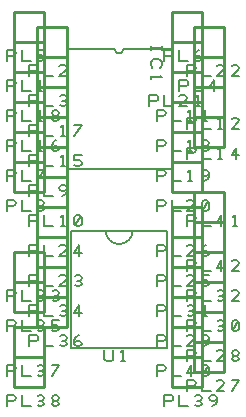
<source format=gbr>
G04 DesignSpark PCB Gerber Version 9.0 Build 5115 *
G04 #@! TF.Part,Single*
G04 #@! TF.FileFunction,Legend,Top *
G04 #@! TF.FilePolarity,Positive *
%FSLAX35Y35*%
%MOIN*%
%ADD19C,0.00500*%
%ADD70C,0.00787*%
%ADD10C,0.01000*%
X0Y0D02*
D02*
D10*
X15250Y24996D02*
Y14996D01*
X25250*
Y24996*
X15250*
Y34996D02*
Y24996D01*
X25250*
Y34996*
X15250*
Y49996D02*
Y39996D01*
X25250*
Y49996*
X15250*
Y59996D02*
Y49996D01*
X25250*
Y59996*
X15250*
Y89996D02*
Y79996D01*
X25250*
Y89996*
X15250*
Y99996D02*
Y89996D01*
X25250*
Y99996*
X15250*
Y109996D02*
Y99996D01*
X25250*
Y109996*
X15250*
Y119996D02*
Y109996D01*
X25250*
Y119996*
X15250*
Y129996D02*
Y119996D01*
X25250*
Y129996*
X15250*
Y139996D02*
Y129996D01*
X25250*
Y139996*
X15250*
X22750Y44996D02*
Y34996D01*
X32750*
Y44996*
X22750*
Y54996D02*
Y44996D01*
X32750*
Y54996*
X22750*
Y64996D02*
Y54996D01*
X32750*
Y64996*
X22750*
Y74996D02*
Y64996D01*
X32750*
Y74996*
X22750*
Y84996D02*
Y74996D01*
X32750*
Y84996*
X22750*
Y94996D02*
Y84996D01*
X32750*
Y94996*
X22750*
Y104996D02*
Y94996D01*
X32750*
Y104996*
X22750*
Y114996D02*
Y104996D01*
X32750*
Y114996*
X22750*
Y124996D02*
Y114996D01*
X32750*
Y124996*
X22750*
Y134996D02*
Y124996D01*
X32750*
Y134996*
X22750*
X67750Y24996D02*
Y14996D01*
X77750*
Y24996*
X67750*
Y34996D02*
Y24996D01*
X77750*
Y34996*
X67750*
Y44996D02*
Y34996D01*
X77750*
Y44996*
X67750*
Y54996D02*
Y44996D01*
X77750*
Y54996*
X67750*
Y64996D02*
Y54996D01*
X77750*
Y64996*
X67750*
Y74996D02*
Y64996D01*
X77750*
Y74996*
X67750*
Y89996D02*
Y79996D01*
X77750*
Y89996*
X67750*
Y99996D02*
Y89996D01*
X77750*
Y99996*
X67750*
Y109996D02*
Y99996D01*
X77750*
Y109996*
X67750*
Y119996D02*
Y109996D01*
X77750*
Y119996*
X67750*
Y129996D02*
Y119996D01*
X77750*
Y129996*
X67750*
Y139996D02*
Y129996D01*
X77750*
Y139996*
X67750*
X75250Y29996D02*
Y19996D01*
X85250*
Y29996*
X75250*
Y39996D02*
Y29996D01*
X85250*
Y39996*
X75250*
Y49996D02*
Y39996D01*
X85250*
Y49996*
X75250*
Y59996D02*
Y49996D01*
X85250*
Y59996*
X75250*
Y69996D02*
Y59996D01*
X85250*
Y69996*
X75250*
Y79996D02*
Y69996D01*
X85250*
Y79996*
X75250*
Y104996D02*
Y94996D01*
X85250*
Y104996*
X75250*
Y114996D02*
Y104996D01*
X85250*
Y114996*
X75250*
Y124996D02*
Y114996D01*
X85250*
Y124996*
X75250*
Y134996D02*
Y124996D01*
X85250*
Y134996*
X75250*
D02*
D19*
X12750Y8433D02*
Y12183D01*
X14937*
X15563Y11871*
X15875Y11246*
X15563Y10621*
X14937Y10309*
X12750*
X17750Y12183D02*
Y8433D01*
X20875*
X23063Y8746D02*
X23687Y8433D01*
X24313*
X24937Y8746*
X25250Y9371*
X24937Y9996*
X24313Y10309*
X23687*
X24313D02*
X24937Y10621D01*
X25250Y11246*
X24937Y11871*
X24313Y12183*
X23687*
X23063Y11871*
X28687Y10309D02*
X29313D01*
X29937Y10621*
X30250Y11246*
X29937Y11871*
X29313Y12183*
X28687*
X28063Y11871*
X27750Y11246*
X28063Y10621*
X28687Y10309*
X28063Y9996*
X27750Y9371*
X28063Y8746*
X28687Y8433*
X29313*
X29937Y8746*
X30250Y9371*
X29937Y9996*
X29313Y10309*
X12750Y18433D02*
Y22183D01*
X14937*
X15563Y21871*
X15875Y21246*
X15563Y20621*
X14937Y20309*
X12750*
X17750Y22183D02*
Y18433D01*
X20875*
X23063Y18746D02*
X23687Y18433D01*
X24313*
X24937Y18746*
X25250Y19371*
X24937Y19996*
X24313Y20309*
X23687*
X24313D02*
X24937Y20621D01*
X25250Y21246*
X24937Y21871*
X24313Y22183*
X23687*
X23063Y21871*
X27750Y18433D02*
X30250Y22183D01*
X27750*
X12750Y33433D02*
Y37183D01*
X14937*
X15563Y36871*
X15875Y36246*
X15563Y35621*
X14937Y35309*
X12750*
X17750Y37183D02*
Y33433D01*
X20875*
X23063Y33746D02*
X23687Y33433D01*
X24313*
X24937Y33746*
X25250Y34371*
X24937Y34996*
X24313Y35309*
X23687*
X24313D02*
X24937Y35621D01*
X25250Y36246*
X24937Y36871*
X24313Y37183*
X23687*
X23063Y36871*
X27750Y33746D02*
X28375Y33433D01*
X29313*
X29937Y33746*
X30250Y34371*
Y34683*
X29937Y35309*
X29313Y35621*
X27750*
Y37183*
X30250*
X12750Y43433D02*
Y47183D01*
X14937*
X15563Y46871*
X15875Y46246*
X15563Y45621*
X14937Y45309*
X12750*
X17750Y47183D02*
Y43433D01*
X20875*
X23063Y43746D02*
X23687Y43433D01*
X24313*
X24937Y43746*
X25250Y44371*
X24937Y44996*
X24313Y45309*
X23687*
X24313D02*
X24937Y45621D01*
X25250Y46246*
X24937Y46871*
X24313Y47183*
X23687*
X23063Y46871*
X28063Y43746D02*
X28687Y43433D01*
X29313*
X29937Y43746*
X30250Y44371*
X29937Y44996*
X29313Y45309*
X28687*
X29313D02*
X29937Y45621D01*
X30250Y46246*
X29937Y46871*
X29313Y47183*
X28687*
X28063Y46871*
X12750Y73433D02*
Y77183D01*
X14937*
X15563Y76871*
X15875Y76246*
X15563Y75621*
X14937Y75309*
X12750*
X17750Y77183D02*
Y73433D01*
X20875*
X23687Y75309D02*
X24313D01*
X24937Y75621*
X25250Y76246*
X24937Y76871*
X24313Y77183*
X23687*
X23063Y76871*
X22750Y76246*
X23063Y75621*
X23687Y75309*
X23063Y74996*
X22750Y74371*
X23063Y73746*
X23687Y73433*
X24313*
X24937Y73746*
X25250Y74371*
X24937Y74996*
X24313Y75309*
X12750Y83433D02*
Y87183D01*
X14937*
X15563Y86871*
X15875Y86246*
X15563Y85621*
X14937Y85309*
X12750*
X17750Y87183D02*
Y83433D01*
X20875*
X22750D02*
X25250Y87183D01*
X22750*
X12750Y93433D02*
Y97183D01*
X14937*
X15563Y96871*
X15875Y96246*
X15563Y95621*
X14937Y95309*
X12750*
X17750Y97183D02*
Y93433D01*
X20875*
X23375D02*
X24625D01*
X24000D02*
Y97183D01*
X23375Y96559*
X27750Y94371D02*
X28063Y94996D01*
X28687Y95309*
X29313*
X29937Y94996*
X30250Y94371*
X29937Y93746*
X29313Y93433*
X28687*
X28063Y93746*
X27750Y94371*
Y95309*
X28063Y96246*
X28687Y96871*
X29313Y97183*
X12750Y103433D02*
Y107183D01*
X14937*
X15563Y106871*
X15875Y106246*
X15563Y105621*
X14937Y105309*
X12750*
X17750Y107183D02*
Y103433D01*
X20875*
X23375D02*
X24625D01*
X24000D02*
Y107183D01*
X23375Y106559*
X28687Y105309D02*
X29313D01*
X29937Y105621*
X30250Y106246*
X29937Y106871*
X29313Y107183*
X28687*
X28063Y106871*
X27750Y106246*
X28063Y105621*
X28687Y105309*
X28063Y104996*
X27750Y104371*
X28063Y103746*
X28687Y103433*
X29313*
X29937Y103746*
X30250Y104371*
X29937Y104996*
X29313Y105309*
X12750Y113433D02*
Y117183D01*
X14937*
X15563Y116871*
X15875Y116246*
X15563Y115621*
X14937Y115309*
X12750*
X17750Y117183D02*
Y113433D01*
X20875*
X23375D02*
X24625D01*
X24000D02*
Y117183D01*
X23375Y116559*
X12750Y123433D02*
Y127183D01*
X14937*
X15563Y126871*
X15875Y126246*
X15563Y125621*
X14937Y125309*
X12750*
X17750Y127183D02*
Y123433D01*
X20875*
X22750Y123746D02*
X23375Y123433D01*
X24313*
X24937Y123746*
X25250Y124371*
Y124683*
X24937Y125309*
X24313Y125621*
X22750*
Y127183*
X25250*
X20250Y28433D02*
Y32183D01*
X22437*
X23063Y31871*
X23375Y31246*
X23063Y30621*
X22437Y30309*
X20250*
X25250Y32183D02*
Y28433D01*
X28375*
X30563Y28746D02*
X31187Y28433D01*
X31813*
X32437Y28746*
X32750Y29371*
X32437Y29996*
X31813Y30309*
X31187*
X31813D02*
X32437Y30621D01*
X32750Y31246*
X32437Y31871*
X31813Y32183*
X31187*
X30563Y31871*
X35250Y29371D02*
X35563Y29996D01*
X36187Y30309*
X36813*
X37437Y29996*
X37750Y29371*
X37437Y28746*
X36813Y28433*
X36187*
X35563Y28746*
X35250Y29371*
Y30309*
X35563Y31246*
X36187Y31871*
X36813Y32183*
X20250Y38433D02*
Y42183D01*
X22437*
X23063Y41871*
X23375Y41246*
X23063Y40621*
X22437Y40309*
X20250*
X25250Y42183D02*
Y38433D01*
X28375*
X30563Y38746D02*
X31187Y38433D01*
X31813*
X32437Y38746*
X32750Y39371*
X32437Y39996*
X31813Y40309*
X31187*
X31813D02*
X32437Y40621D01*
X32750Y41246*
X32437Y41871*
X31813Y42183*
X31187*
X30563Y41871*
X36813Y38433D02*
Y42183D01*
X35250Y39683*
X37750*
X20250Y48433D02*
Y52183D01*
X22437*
X23063Y51871*
X23375Y51246*
X23063Y50621*
X22437Y50309*
X20250*
X25250Y52183D02*
Y48433D01*
X28375*
X32750D02*
X30250D01*
X32437Y50621*
X32750Y51246*
X32437Y51871*
X31813Y52183*
X30875*
X30250Y51871*
X35563Y48746D02*
X36187Y48433D01*
X36813*
X37437Y48746*
X37750Y49371*
X37437Y49996*
X36813Y50309*
X36187*
X36813D02*
X37437Y50621D01*
X37750Y51246*
X37437Y51871*
X36813Y52183*
X36187*
X35563Y51871*
X20250Y58433D02*
Y62183D01*
X22437*
X23063Y61871*
X23375Y61246*
X23063Y60621*
X22437Y60309*
X20250*
X25250Y62183D02*
Y58433D01*
X28375*
X32750D02*
X30250D01*
X32437Y60621*
X32750Y61246*
X32437Y61871*
X31813Y62183*
X30875*
X30250Y61871*
X36813Y58433D02*
Y62183D01*
X35250Y59683*
X37750*
X20250Y68433D02*
Y72183D01*
X22437*
X23063Y71871*
X23375Y71246*
X23063Y70621*
X22437Y70309*
X20250*
X25250Y72183D02*
Y68433D01*
X28375*
X30875D02*
X32125D01*
X31500D02*
Y72183D01*
X30875Y71559*
X35563Y68746D02*
X36187Y68433D01*
X36813*
X37437Y68746*
X37750Y69371*
Y71246*
X37437Y71871*
X36813Y72183*
X36187*
X35563Y71871*
X35250Y71246*
Y69371*
X35563Y68746*
X37437Y71871*
X20250Y78433D02*
Y82183D01*
X22437*
X23063Y81871*
X23375Y81246*
X23063Y80621*
X22437Y80309*
X20250*
X25250Y82183D02*
Y78433D01*
X28375*
X31187D02*
X31813Y78746D01*
X32437Y79371*
X32750Y80309*
Y81246*
X32437Y81871*
X31813Y82183*
X31187*
X30563Y81871*
X30250Y81246*
X30563Y80621*
X31187Y80309*
X31813*
X32437Y80621*
X32750Y81246*
X20250Y88433D02*
Y92183D01*
X22437*
X23063Y91871*
X23375Y91246*
X23063Y90621*
X22437Y90309*
X20250*
X25250Y92183D02*
Y88433D01*
X28375*
X30875D02*
X32125D01*
X31500D02*
Y92183D01*
X30875Y91559*
X35250Y88746D02*
X35875Y88433D01*
X36813*
X37437Y88746*
X37750Y89371*
Y89683*
X37437Y90309*
X36813Y90621*
X35250*
Y92183*
X37750*
X20250Y98433D02*
Y102183D01*
X22437*
X23063Y101871*
X23375Y101246*
X23063Y100621*
X22437Y100309*
X20250*
X25250Y102183D02*
Y98433D01*
X28375*
X30875D02*
X32125D01*
X31500D02*
Y102183D01*
X30875Y101559*
X35250Y98433D02*
X37750Y102183D01*
X35250*
X20250Y108433D02*
Y112183D01*
X22437*
X23063Y111871*
X23375Y111246*
X23063Y110621*
X22437Y110309*
X20250*
X25250Y112183D02*
Y108433D01*
X28375*
X30563Y108746D02*
X31187Y108433D01*
X31813*
X32437Y108746*
X32750Y109371*
X32437Y109996*
X31813Y110309*
X31187*
X31813D02*
X32437Y110621D01*
X32750Y111246*
X32437Y111871*
X31813Y112183*
X31187*
X30563Y111871*
X20250Y118433D02*
Y122183D01*
X22437*
X23063Y121871*
X23375Y121246*
X23063Y120621*
X22437Y120309*
X20250*
X25250Y122183D02*
Y118433D01*
X28375*
X32750D02*
X30250D01*
X32437Y120621*
X32750Y121246*
X32437Y121871*
X31813Y122183*
X30875*
X30250Y121871*
X34250Y66996D02*
Y27996D01*
X66250*
Y66996*
X34250*
X45250Y27183D02*
Y24371D01*
X45563Y23746*
X46187Y23433*
X47437*
X48063Y23746*
X48375Y24371*
Y27183*
X50875Y23433D02*
X52125D01*
X51500D02*
Y27183D01*
X50875Y26559*
X54750Y66996D02*
G75*
G02X50250Y62496I-4500D01*
G01*
G75*
G02X45750Y66996J4500*
G01*
X60754Y128389D02*
Y127139D01*
Y127764D02*
X64504D01*
Y128389D02*
Y127139D01*
X61379Y121202D02*
X61067Y121514D01*
X60754Y122139*
Y123077*
X61067Y123702*
X61379Y124014*
X62004Y124327*
X63254*
X63879Y124014*
X64192Y123702*
X64504Y123077*
Y122139*
X64192Y121514*
X63879Y121202*
X60754Y118702D02*
Y117452D01*
Y118077D02*
X64504D01*
X63879Y118702*
X60250Y108433D02*
Y112183D01*
X62437*
X63063Y111871*
X63375Y111246*
X63063Y110621*
X62437Y110309*
X60250*
X65250Y112183D02*
Y108433D01*
X68375*
X72750D02*
X70250D01*
X72437Y110621*
X72750Y111246*
X72437Y111871*
X71813Y112183*
X70875*
X70250Y111871*
X75875Y108433D02*
X77125D01*
X76500D02*
Y112183D01*
X75875Y111559*
X62750Y18433D02*
Y22183D01*
X64937*
X65563Y21871*
X65875Y21246*
X65563Y20621*
X64937Y20309*
X62750*
X67750Y22183D02*
Y18433D01*
X70875*
X74313D02*
Y22183D01*
X72750Y19683*
X75250*
X78063Y18746D02*
X78687Y18433D01*
X79313*
X79937Y18746*
X80250Y19371*
Y21246*
X79937Y21871*
X79313Y22183*
X78687*
X78063Y21871*
X77750Y21246*
Y19371*
X78063Y18746*
X79937Y21871*
X62750Y28433D02*
Y32183D01*
X64937*
X65563Y31871*
X65875Y31246*
X65563Y30621*
X64937Y30309*
X62750*
X67750Y32183D02*
Y28433D01*
X70875*
X75250D02*
X72750D01*
X74937Y30621*
X75250Y31246*
X74937Y31871*
X74313Y32183*
X73375*
X72750Y31871*
X78687Y28433D02*
X79313Y28746D01*
X79937Y29371*
X80250Y30309*
Y31246*
X79937Y31871*
X79313Y32183*
X78687*
X78063Y31871*
X77750Y31246*
X78063Y30621*
X78687Y30309*
X79313*
X79937Y30621*
X80250Y31246*
X62750Y38433D02*
Y42183D01*
X64937*
X65563Y41871*
X65875Y41246*
X65563Y40621*
X64937Y40309*
X62750*
X67750Y42183D02*
Y38433D01*
X70875*
X73063Y38746D02*
X73687Y38433D01*
X74313*
X74937Y38746*
X75250Y39371*
X74937Y39996*
X74313Y40309*
X73687*
X74313D02*
X74937Y40621D01*
X75250Y41246*
X74937Y41871*
X74313Y42183*
X73687*
X73063Y41871*
X78375Y38433D02*
X79625D01*
X79000D02*
Y42183D01*
X78375Y41559*
X62750Y48433D02*
Y52183D01*
X64937*
X65563Y51871*
X65875Y51246*
X65563Y50621*
X64937Y50309*
X62750*
X67750Y52183D02*
Y48433D01*
X70875*
X75250D02*
X72750D01*
X74937Y50621*
X75250Y51246*
X74937Y51871*
X74313Y52183*
X73375*
X72750Y51871*
X77750Y48746D02*
X78375Y48433D01*
X79313*
X79937Y48746*
X80250Y49371*
Y49683*
X79937Y50309*
X79313Y50621*
X77750*
Y52183*
X80250*
X62750Y58433D02*
Y62183D01*
X64937*
X65563Y61871*
X65875Y61246*
X65563Y60621*
X64937Y60309*
X62750*
X67750Y62183D02*
Y58433D01*
X70875*
X75250D02*
X72750D01*
X74937Y60621*
X75250Y61246*
X74937Y61871*
X74313Y62183*
X73375*
X72750Y61871*
X77750Y59371D02*
X78063Y59996D01*
X78687Y60309*
X79313*
X79937Y59996*
X80250Y59371*
X79937Y58746*
X79313Y58433*
X78687*
X78063Y58746*
X77750Y59371*
Y60309*
X78063Y61246*
X78687Y61871*
X79313Y62183*
X62750Y73433D02*
Y77183D01*
X64937*
X65563Y76871*
X65875Y76246*
X65563Y75621*
X64937Y75309*
X62750*
X67750Y77183D02*
Y73433D01*
X70875*
X75250D02*
X72750D01*
X74937Y75621*
X75250Y76246*
X74937Y76871*
X74313Y77183*
X73375*
X72750Y76871*
X78063Y73746D02*
X78687Y73433D01*
X79313*
X79937Y73746*
X80250Y74371*
Y76246*
X79937Y76871*
X79313Y77183*
X78687*
X78063Y76871*
X77750Y76246*
Y74371*
X78063Y73746*
X79937Y76871*
X62750Y83433D02*
Y87183D01*
X64937*
X65563Y86871*
X65875Y86246*
X65563Y85621*
X64937Y85309*
X62750*
X67750Y87183D02*
Y83433D01*
X70875*
X73375D02*
X74625D01*
X74000D02*
Y87183D01*
X73375Y86559*
X78687Y83433D02*
X79313Y83746D01*
X79937Y84371*
X80250Y85309*
Y86246*
X79937Y86871*
X79313Y87183*
X78687*
X78063Y86871*
X77750Y86246*
X78063Y85621*
X78687Y85309*
X79313*
X79937Y85621*
X80250Y86246*
X62750Y93433D02*
Y97183D01*
X64937*
X65563Y96871*
X65875Y96246*
X65563Y95621*
X64937Y95309*
X62750*
X67750Y97183D02*
Y93433D01*
X70875*
X73375D02*
X74625D01*
X74000D02*
Y97183D01*
X73375Y96559*
X78063Y93746D02*
X78687Y93433D01*
X79313*
X79937Y93746*
X80250Y94371*
X79937Y94996*
X79313Y95309*
X78687*
X79313D02*
X79937Y95621D01*
X80250Y96246*
X79937Y96871*
X79313Y97183*
X78687*
X78063Y96871*
X62750Y103433D02*
Y107183D01*
X64937*
X65563Y106871*
X65875Y106246*
X65563Y105621*
X64937Y105309*
X62750*
X67750Y107183D02*
Y103433D01*
X70875*
X73375D02*
X74625D01*
X74000D02*
Y107183D01*
X73375Y106559*
X78375Y103433D02*
X79625D01*
X79000D02*
Y107183D01*
X78375Y106559*
X65250Y8433D02*
Y12183D01*
X67437*
X68063Y11871*
X68375Y11246*
X68063Y10621*
X67437Y10309*
X65250*
X70250Y12183D02*
Y8433D01*
X73375*
X75563Y8746D02*
X76187Y8433D01*
X76813*
X77437Y8746*
X77750Y9371*
X77437Y9996*
X76813Y10309*
X76187*
X76813D02*
X77437Y10621D01*
X77750Y11246*
X77437Y11871*
X76813Y12183*
X76187*
X75563Y11871*
X81187Y8433D02*
X81813Y8746D01*
X82437Y9371*
X82750Y10309*
Y11246*
X82437Y11871*
X81813Y12183*
X81187*
X80563Y11871*
X80250Y11246*
X80563Y10621*
X81187Y10309*
X81813*
X82437Y10621*
X82750Y11246*
X65250Y123433D02*
Y127183D01*
X67437*
X68063Y126871*
X68375Y126246*
X68063Y125621*
X67437Y125309*
X65250*
X70250Y127183D02*
Y123433D01*
X73375*
X75250Y124371D02*
X75563Y124996D01*
X76187Y125309*
X76813*
X77437Y124996*
X77750Y124371*
X77437Y123746*
X76813Y123433*
X76187*
X75563Y123746*
X75250Y124371*
Y125309*
X75563Y126246*
X76187Y126871*
X76813Y127183*
X70250Y113433D02*
Y117183D01*
X72437*
X73063Y116871*
X73375Y116246*
X73063Y115621*
X72437Y115309*
X70250*
X75250Y117183D02*
Y113433D01*
X78375*
X81813D02*
Y117183D01*
X80250Y114683*
X82750*
X72750Y13433D02*
Y17183D01*
X74937*
X75563Y16871*
X75875Y16246*
X75563Y15621*
X74937Y15309*
X72750*
X77750Y17183D02*
Y13433D01*
X80875*
X85250D02*
X82750D01*
X84937Y15621*
X85250Y16246*
X84937Y16871*
X84313Y17183*
X83375*
X82750Y16871*
X87750Y13433D02*
X90250Y17183D01*
X87750*
X72750Y23433D02*
Y27183D01*
X74937*
X75563Y26871*
X75875Y26246*
X75563Y25621*
X74937Y25309*
X72750*
X77750Y27183D02*
Y23433D01*
X80875*
X85250D02*
X82750D01*
X84937Y25621*
X85250Y26246*
X84937Y26871*
X84313Y27183*
X83375*
X82750Y26871*
X88687Y25309D02*
X89313D01*
X89937Y25621*
X90250Y26246*
X89937Y26871*
X89313Y27183*
X88687*
X88063Y26871*
X87750Y26246*
X88063Y25621*
X88687Y25309*
X88063Y24996*
X87750Y24371*
X88063Y23746*
X88687Y23433*
X89313*
X89937Y23746*
X90250Y24371*
X89937Y24996*
X89313Y25309*
X72750Y33433D02*
Y37183D01*
X74937*
X75563Y36871*
X75875Y36246*
X75563Y35621*
X74937Y35309*
X72750*
X77750Y37183D02*
Y33433D01*
X80875*
X83063Y33746D02*
X83687Y33433D01*
X84313*
X84937Y33746*
X85250Y34371*
X84937Y34996*
X84313Y35309*
X83687*
X84313D02*
X84937Y35621D01*
X85250Y36246*
X84937Y36871*
X84313Y37183*
X83687*
X83063Y36871*
X88063Y33746D02*
X88687Y33433D01*
X89313*
X89937Y33746*
X90250Y34371*
Y36246*
X89937Y36871*
X89313Y37183*
X88687*
X88063Y36871*
X87750Y36246*
Y34371*
X88063Y33746*
X89937Y36871*
X72750Y43433D02*
Y47183D01*
X74937*
X75563Y46871*
X75875Y46246*
X75563Y45621*
X74937Y45309*
X72750*
X77750Y47183D02*
Y43433D01*
X80875*
X83063Y43746D02*
X83687Y43433D01*
X84313*
X84937Y43746*
X85250Y44371*
X84937Y44996*
X84313Y45309*
X83687*
X84313D02*
X84937Y45621D01*
X85250Y46246*
X84937Y46871*
X84313Y47183*
X83687*
X83063Y46871*
X90250Y43433D02*
X87750D01*
X89937Y45621*
X90250Y46246*
X89937Y46871*
X89313Y47183*
X88375*
X87750Y46871*
X72750Y53433D02*
Y57183D01*
X74937*
X75563Y56871*
X75875Y56246*
X75563Y55621*
X74937Y55309*
X72750*
X77750Y57183D02*
Y53433D01*
X80875*
X84313D02*
Y57183D01*
X82750Y54683*
X85250*
X90250Y53433D02*
X87750D01*
X89937Y55621*
X90250Y56246*
X89937Y56871*
X89313Y57183*
X88375*
X87750Y56871*
X72750Y68433D02*
Y72183D01*
X74937*
X75563Y71871*
X75875Y71246*
X75563Y70621*
X74937Y70309*
X72750*
X77750Y72183D02*
Y68433D01*
X80875*
X84313D02*
Y72183D01*
X82750Y69683*
X85250*
X88375Y68433D02*
X89625D01*
X89000D02*
Y72183D01*
X88375Y71559*
X72750Y90933D02*
Y94683D01*
X74937*
X75563Y94371*
X75875Y93746*
X75563Y93121*
X74937Y92809*
X72750*
X77750Y94683D02*
Y90933D01*
X80875*
X83375D02*
X84625D01*
X84000D02*
Y94683D01*
X83375Y94059*
X89313Y90933D02*
Y94683D01*
X87750Y92183*
X90250*
X72750Y100933D02*
Y104683D01*
X74937*
X75563Y104371*
X75875Y103746*
X75563Y103121*
X74937Y102809*
X72750*
X77750Y104683D02*
Y100933D01*
X80875*
X83375D02*
X84625D01*
X84000D02*
Y104683D01*
X83375Y104059*
X90250Y100933D02*
X87750D01*
X89937Y103121*
X90250Y103746*
X89937Y104371*
X89313Y104683*
X88375*
X87750Y104371*
X72750Y118433D02*
Y122183D01*
X74937*
X75563Y121871*
X75875Y121246*
X75563Y120621*
X74937Y120309*
X72750*
X77750Y122183D02*
Y118433D01*
X80875*
X85250D02*
X82750D01*
X84937Y120621*
X85250Y121246*
X84937Y121871*
X84313Y122183*
X83375*
X82750Y121871*
X90250Y118433D02*
X87750D01*
X89937Y120621*
X90250Y121246*
X89937Y121871*
X89313Y122183*
X88375*
X87750Y121871*
D02*
D70*
X67750Y87496D02*
Y127496D01*
X51693*
G75*
G02X48807I-1443*
G01*
X32750*
Y87496*
X67750*
X0Y0D02*
M02*

</source>
